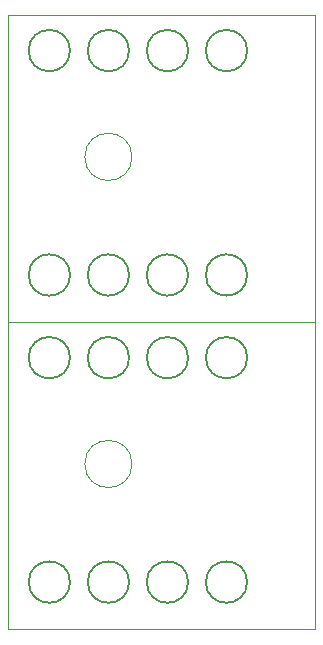
<source format=gbr>
G04 #@! TF.GenerationSoftware,KiCad,Pcbnew,(5.1.5)-3*
G04 #@! TF.CreationDate,2020-03-11T14:38:08+09:00*
G04 #@! TF.ProjectId,potentio,706f7465-6e74-4696-9f2e-6b696361645f,rev?*
G04 #@! TF.SameCoordinates,Original*
G04 #@! TF.FileFunction,Profile,NP*
%FSLAX46Y46*%
G04 Gerber Fmt 4.6, Leading zero omitted, Abs format (unit mm)*
G04 Created by KiCad (PCBNEW (5.1.5)-3) date 2020-03-11 14:38:08*
%MOMM*%
%LPD*%
G04 APERTURE LIST*
%ADD10C,0.150000*%
%ADD11C,0.050000*%
G04 APERTURE END LIST*
D10*
X126250000Y-114000000D02*
G75*
G03X126250000Y-114000000I-1750000J0D01*
G01*
D11*
X106000000Y-137000000D02*
X132000000Y-137000000D01*
D10*
X111250000Y-133000000D02*
G75*
G03X111250000Y-133000000I-1750000J0D01*
G01*
X111250000Y-114000000D02*
G75*
G03X111250000Y-114000000I-1750000J0D01*
G01*
X126250000Y-133000000D02*
G75*
G03X126250000Y-133000000I-1750000J0D01*
G01*
X116250000Y-133000000D02*
G75*
G03X116250000Y-133000000I-1750000J0D01*
G01*
X121250000Y-133000000D02*
G75*
G03X121250000Y-133000000I-1750000J0D01*
G01*
X116250000Y-114000000D02*
G75*
G03X116250000Y-114000000I-1750000J0D01*
G01*
X121250000Y-114000000D02*
G75*
G03X121250000Y-114000000I-1750000J0D01*
G01*
D11*
X116500000Y-123000000D02*
G75*
G03X116500000Y-123000000I-2000000J0D01*
G01*
X132000000Y-137000000D02*
X132000000Y-111000000D01*
X106000000Y-111000000D02*
X106000000Y-137000000D01*
X116500000Y-97000000D02*
G75*
G03X116500000Y-97000000I-2000000J0D01*
G01*
D10*
X126250000Y-88000000D02*
G75*
G03X126250000Y-88000000I-1750000J0D01*
G01*
X116250000Y-88000000D02*
G75*
G03X116250000Y-88000000I-1750000J0D01*
G01*
X121250000Y-88000000D02*
G75*
G03X121250000Y-88000000I-1750000J0D01*
G01*
X111250000Y-88000000D02*
G75*
G03X111250000Y-88000000I-1750000J0D01*
G01*
X126250000Y-107000000D02*
G75*
G03X126250000Y-107000000I-1750000J0D01*
G01*
X121250000Y-107000000D02*
G75*
G03X121250000Y-107000000I-1750000J0D01*
G01*
X116250000Y-107000000D02*
G75*
G03X116250000Y-107000000I-1750000J0D01*
G01*
X111250000Y-107000000D02*
G75*
G03X111250000Y-107000000I-1750000J0D01*
G01*
D11*
X106000000Y-111000000D02*
X132000000Y-111000000D01*
X106000000Y-85000000D02*
X106000000Y-111000000D01*
X132000000Y-85000000D02*
X106000000Y-85000000D01*
X132000000Y-111000000D02*
X132000000Y-85000000D01*
M02*

</source>
